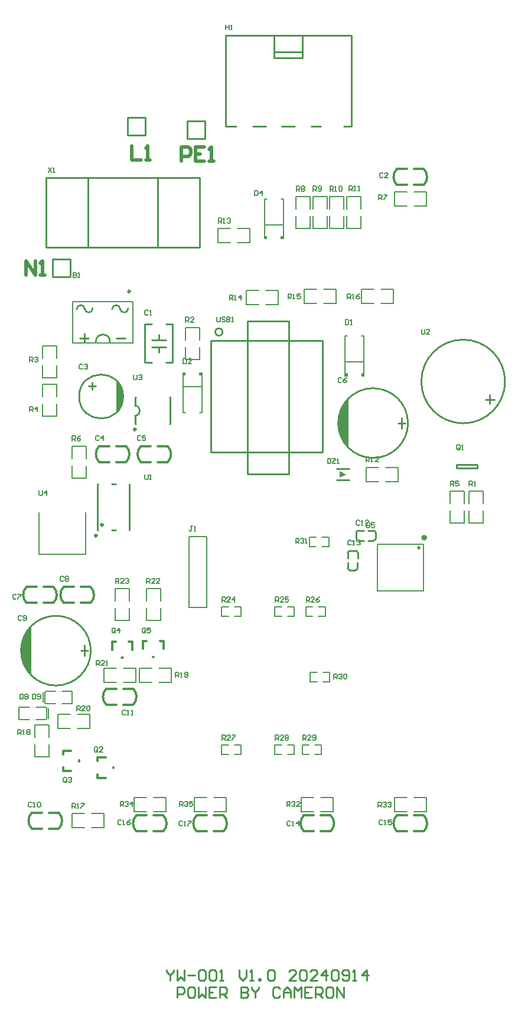
<source format=gto>
G04*
G04 #@! TF.GenerationSoftware,Altium Limited,Altium Designer,20.2.6 (244)*
G04*
G04 Layer_Color=65535*
%FSLAX25Y25*%
%MOIN*%
G70*
G04*
G04 #@! TF.SameCoordinates,9385ED74-4294-42B6-9646-82B243174D78*
G04*
G04*
G04 #@! TF.FilePolarity,Positive*
G04*
G01*
G75*
%ADD10C,0.01000*%
%ADD11C,0.01200*%
%ADD12C,0.00300*%
%ADD13C,0.01181*%
%ADD14C,0.01575*%
%ADD15C,0.00600*%
%ADD16C,0.00800*%
%ADD17C,0.00787*%
%ADD18C,0.00591*%
%ADD19C,0.01968*%
G36*
X23000Y166500D02*
Y172415D01*
X22400D01*
Y166500D01*
X23000D01*
D01*
D02*
G37*
G36*
X19500Y181500D02*
Y175585D01*
X20100D01*
Y181500D01*
X19500D01*
D01*
D02*
G37*
G36*
X13000Y191000D02*
Y219000D01*
X10000Y215000D01*
X8000Y209000D01*
X7000Y203000D01*
X8000Y199000D01*
X13000Y191000D01*
D01*
D02*
G37*
G36*
X61628Y356933D02*
X62715Y355635D01*
X63611Y354198D01*
X64299Y352651D01*
X64765Y351023D01*
X65000Y349346D01*
Y347654D01*
X64765Y345977D01*
X64299Y344349D01*
X63611Y342802D01*
X62715Y341365D01*
X61628Y340067D01*
X61000Y339500D01*
Y339500D01*
Y357500D01*
X61628Y356933D01*
D02*
G37*
G36*
X192000Y319500D02*
X187000Y327500D01*
X186000Y331500D01*
X187000Y337500D01*
X189000Y343500D01*
X192000Y347500D01*
Y319500D01*
D02*
G37*
G36*
X190654Y304520D02*
X190634Y304500D01*
X187130Y302689D01*
Y306311D01*
X190654Y304520D01*
D02*
G37*
G36*
X98331Y360335D02*
X100211D01*
Y362135D01*
X98331D01*
Y360335D01*
D01*
D02*
G37*
G36*
X109669D02*
X107789D01*
Y362135D01*
X109669D01*
Y360335D01*
D01*
D02*
G37*
G36*
X144331Y439165D02*
X146211D01*
Y437365D01*
X144331D01*
Y439165D01*
D01*
D02*
G37*
G36*
X189831Y361665D02*
X191711D01*
Y359865D01*
X189831D01*
Y361665D01*
D01*
D02*
G37*
G36*
X201169D02*
X199289D01*
Y359865D01*
X201169D01*
Y361665D01*
D01*
D02*
G37*
G36*
X155669Y439165D02*
X153789D01*
Y437365D01*
X155669D01*
Y439165D01*
D01*
D02*
G37*
D10*
X46685Y205000D02*
G03*
X46685Y205000I-19685J0D01*
G01*
X121085Y384941D02*
G03*
X121085Y384941I-2121J0D01*
G01*
X63250Y398250D02*
G03*
X67750Y398250I2250J0D01*
G01*
X63250Y397875D02*
G03*
X58750Y397875I-2250J0D01*
G01*
X43250Y398250D02*
G03*
X47750Y398250I2250J0D01*
G01*
X43250Y397875D02*
G03*
X38750Y397875I-2250J0D01*
G01*
X57500Y379500D02*
G03*
X49500Y379500I-4000J0D01*
G01*
X280462Y357000D02*
G03*
X280462Y357000I-23622J0D01*
G01*
X197295Y260253D02*
G03*
X196076Y261473I-1220J0D01*
G01*
X192926D02*
G03*
X191706Y260253I-0J-1220D01*
G01*
X196053Y250466D02*
G03*
X197273Y251686I0J1220D01*
G01*
X191683D02*
G03*
X192903Y250466I1220J0D01*
G01*
X206253Y267205D02*
G03*
X207472Y268424I0J1220D01*
G01*
Y271574D02*
G03*
X206253Y272794I-1220J0D01*
G01*
X196467Y268447D02*
G03*
X197686Y267228I1220J-0D01*
G01*
Y272817D02*
G03*
X196467Y271597I0J-1220D01*
G01*
X225685Y333500D02*
G03*
X225685Y333500I-19685J0D01*
G01*
X64900Y348500D02*
G03*
X64900Y348500I-12400J0D01*
G01*
X71658Y337639D02*
G03*
X71677Y343359I-157J2860D01*
G01*
X232486Y263142D02*
G03*
X232486Y263142I-671J0D01*
G01*
X41000Y205000D02*
X45000D01*
X43000Y202000D02*
Y208000D01*
X101000Y504000D02*
X111000D01*
X101000Y494000D02*
Y504000D01*
Y494000D02*
X111000D01*
Y504000D01*
X35000Y416000D02*
Y426000D01*
X25000Y416000D02*
X35000D01*
X25000D02*
Y426000D01*
X35000D01*
X107992Y432815D02*
Y472185D01*
X21378Y432815D02*
Y472185D01*
X107992D01*
X21378Y432815D02*
X107992D01*
X45000D02*
Y472185D01*
X84370Y432815D02*
Y472185D01*
X114464Y316949D02*
X177456D01*
Y379941D01*
X114464D02*
X177456D01*
X114464Y316949D02*
Y379941D01*
X135064Y304691D02*
X158315D01*
Y391090D01*
X135064D02*
X158315D01*
X135064Y304691D02*
Y391090D01*
X40500Y381500D02*
X45500D01*
X43000Y379000D02*
Y384000D01*
X61000Y381500D02*
X66000D01*
X253094Y310063D02*
X264906D01*
X253094Y307937D02*
X264906D01*
X253094D02*
Y310063D01*
X264906Y307937D02*
Y310063D01*
X269323Y346882D02*
X274283D01*
X271843Y344520D02*
Y349480D01*
X197272Y251687D02*
Y254836D01*
X192903Y250467D02*
X196053D01*
X191683Y251687D02*
Y254836D01*
X197295Y257103D02*
Y260253D01*
X191706Y257103D02*
Y260253D01*
X192926Y261473D02*
X196076D01*
X197687Y267228D02*
X200836D01*
X196467Y268447D02*
Y271597D01*
X197687Y272817D02*
X200836D01*
X203103Y267205D02*
X206253D01*
X203103Y272794D02*
X206253D01*
X207472Y268424D02*
Y271574D01*
X222000Y330500D02*
Y336500D01*
X220000Y333500D02*
X224000D01*
X47500Y352500D02*
Y356500D01*
X45500Y354500D02*
X49500D01*
X68363Y273079D02*
X68555D01*
X58363D02*
X60637D01*
X50444D02*
X50637D01*
X68363Y299063D02*
X68555D01*
X58363D02*
X60637D01*
X50444D02*
X50637D01*
X68555Y273079D02*
Y299063D01*
X50444Y273079D02*
Y299063D01*
X71658Y334594D02*
Y337639D01*
Y343359D02*
Y346406D01*
Y348000D01*
X72017D01*
X91343Y333000D02*
Y334594D01*
X90983Y333000D02*
X91343D01*
X71658D02*
Y334594D01*
Y333000D02*
X72017D01*
X91343Y346406D02*
Y348000D01*
X90983D02*
X91343D01*
Y334594D02*
Y346406D01*
X77126Y367674D02*
X81026D01*
X88974D02*
X92874D01*
X77126Y389327D02*
X81026D01*
X88974D02*
X92874D01*
Y367674D02*
Y389327D01*
X77126Y367674D02*
Y389327D01*
X81000Y380500D02*
X89000D01*
X81000Y376500D02*
X89000D01*
X84993Y373500D02*
Y376500D01*
Y380500D02*
Y383500D01*
X185543Y307650D02*
X192457D01*
X185457Y301350D02*
X192543D01*
X77500Y496000D02*
Y506000D01*
X67500Y496000D02*
X77500D01*
X67500D02*
Y506000D01*
X77500D01*
X150196Y539638D02*
X165943D01*
Y552236D01*
X150196Y539638D02*
Y552236D01*
Y543181D02*
X165943D01*
X189421Y500969D02*
X193629D01*
X171037D02*
X176577D01*
X154501D02*
X161890D01*
X122763D02*
X128819D01*
X137966D02*
X145354D01*
X122763Y552543D02*
X193629D01*
Y500969D02*
Y552543D01*
X122763Y500969D02*
Y552543D01*
X89500Y24596D02*
Y23596D01*
X91499Y21597D01*
X93499Y23596D01*
Y24596D01*
X91499Y21597D02*
Y18598D01*
X95498Y24596D02*
Y18598D01*
X97497Y20597D01*
X99497Y18598D01*
Y24596D01*
X101496Y21597D02*
X105495D01*
X107494Y23596D02*
X108494Y24596D01*
X110493D01*
X111493Y23596D01*
Y19597D01*
X110493Y18598D01*
X108494D01*
X107494Y19597D01*
Y23596D01*
X113492D02*
X114492Y24596D01*
X116491D01*
X117491Y23596D01*
Y19597D01*
X116491Y18598D01*
X114492D01*
X113492Y19597D01*
Y23596D01*
X119490Y18598D02*
X121490D01*
X120490D01*
Y24596D01*
X119490Y23596D01*
X130487Y24596D02*
Y20597D01*
X132486Y18598D01*
X134485Y20597D01*
Y24596D01*
X136485Y18598D02*
X138484D01*
X137485D01*
Y24596D01*
X136485Y23596D01*
X141483Y18598D02*
Y19597D01*
X142483D01*
Y18598D01*
X141483D01*
X146482Y23596D02*
X147481Y24596D01*
X149481D01*
X150480Y23596D01*
Y19597D01*
X149481Y18598D01*
X147481D01*
X146482Y19597D01*
Y23596D01*
X162476Y18598D02*
X158478D01*
X162476Y22596D01*
Y23596D01*
X161477Y24596D01*
X159477D01*
X158478Y23596D01*
X164476D02*
X165475Y24596D01*
X167475D01*
X168474Y23596D01*
Y19597D01*
X167475Y18598D01*
X165475D01*
X164476Y19597D01*
Y23596D01*
X174472Y18598D02*
X170474D01*
X174472Y22596D01*
Y23596D01*
X173473Y24596D01*
X171474D01*
X170474Y23596D01*
X179471Y18598D02*
Y24596D01*
X176472Y21597D01*
X180471D01*
X182470Y23596D02*
X183470Y24596D01*
X185469D01*
X186469Y23596D01*
Y19597D01*
X185469Y18598D01*
X183470D01*
X182470Y19597D01*
Y23596D01*
X188468Y19597D02*
X189468Y18598D01*
X191467D01*
X192467Y19597D01*
Y23596D01*
X191467Y24596D01*
X189468D01*
X188468Y23596D01*
Y22596D01*
X189468Y21597D01*
X192467D01*
X194466Y18598D02*
X196465D01*
X195466D01*
Y24596D01*
X194466Y23596D01*
X202463Y18598D02*
Y24596D01*
X199464Y21597D01*
X203463D01*
X95498Y9000D02*
Y14998D01*
X98497D01*
X99497Y13998D01*
Y11999D01*
X98497Y10999D01*
X95498D01*
X104495Y14998D02*
X102496D01*
X101496Y13998D01*
Y10000D01*
X102496Y9000D01*
X104495D01*
X105495Y10000D01*
Y13998D01*
X104495Y14998D01*
X107494D02*
Y9000D01*
X109494Y10999D01*
X111493Y9000D01*
Y14998D01*
X117491D02*
X113492D01*
Y9000D01*
X117491D01*
X113492Y11999D02*
X115492D01*
X119490Y9000D02*
Y14998D01*
X122489D01*
X123489Y13998D01*
Y11999D01*
X122489Y10999D01*
X119490D01*
X121490D02*
X123489Y9000D01*
X131486Y14998D02*
Y9000D01*
X134485D01*
X135485Y10000D01*
Y10999D01*
X134485Y11999D01*
X131486D01*
X134485D01*
X135485Y12999D01*
Y13998D01*
X134485Y14998D01*
X131486D01*
X137485D02*
Y13998D01*
X139484Y11999D01*
X141483Y13998D01*
Y14998D01*
X139484Y11999D02*
Y9000D01*
X153479Y13998D02*
X152480Y14998D01*
X150480D01*
X149481Y13998D01*
Y10000D01*
X150480Y9000D01*
X152480D01*
X153479Y10000D01*
X155479Y9000D02*
Y12999D01*
X157478Y14998D01*
X159477Y12999D01*
Y9000D01*
Y11999D01*
X155479D01*
X161477Y9000D02*
Y14998D01*
X163476Y12999D01*
X165475Y14998D01*
Y9000D01*
X171474Y14998D02*
X167475D01*
Y9000D01*
X171474D01*
X167475Y11999D02*
X169474D01*
X173473Y9000D02*
Y14998D01*
X176472D01*
X177472Y13998D01*
Y11999D01*
X176472Y10999D01*
X173473D01*
X175472D02*
X177472Y9000D01*
X182470Y14998D02*
X180471D01*
X179471Y13998D01*
Y10000D01*
X180471Y9000D01*
X182470D01*
X183470Y10000D01*
Y13998D01*
X182470Y14998D01*
X185469Y9000D02*
Y14998D01*
X189468Y9000D01*
Y14998D01*
D11*
X25600Y232000D02*
G03*
X25600Y241000I-4500J4500D01*
G01*
X10400D02*
G03*
X10400Y232000I4500J-4500D01*
G01*
X55400Y183500D02*
G03*
X55400Y174500I4500J-4500D01*
G01*
X70600D02*
G03*
X70600Y183500I-4500J4500D01*
G01*
X234600Y103000D02*
G03*
X234600Y112000I-4500J4500D01*
G01*
X219400D02*
G03*
X219400Y103000I4500J-4500D01*
G01*
X182100D02*
G03*
X182100Y112000I-4500J4500D01*
G01*
X166900D02*
G03*
X166900Y103000I4500J-4500D01*
G01*
X13400Y113500D02*
G03*
X13400Y104500I4500J-4500D01*
G01*
X28600D02*
G03*
X28600Y113500I-4500J4500D01*
G01*
X31400Y241000D02*
G03*
X31400Y232000I4500J-4500D01*
G01*
X46600D02*
G03*
X46600Y241000I-4500J4500D01*
G01*
X51400Y320500D02*
G03*
X51400Y311500I4500J-4500D01*
G01*
X66600D02*
G03*
X66600Y320500I-4500J4500D01*
G01*
X90100Y311500D02*
G03*
X90100Y320500I-4500J4500D01*
G01*
X74900D02*
G03*
X74900Y311500I4500J-4500D01*
G01*
X219400Y477000D02*
G03*
X219400Y468000I4500J-4500D01*
G01*
X234600D02*
G03*
X234600Y477000I-4500J4500D01*
G01*
X106400Y112000D02*
G03*
X106400Y103000I4500J-4500D01*
G01*
X121600D02*
G03*
X121600Y112000I-4500J4500D01*
G01*
X72400D02*
G03*
X72400Y103000I4500J-4500D01*
G01*
X87600D02*
G03*
X87600Y112000I-4500J4500D01*
G01*
X20000Y232000D02*
X25600D01*
X10400D02*
X16000D01*
X20000Y241000D02*
X25600D01*
X10400D02*
X16000D01*
X87700Y206000D02*
Y210500D01*
X76200Y206000D02*
Y210500D01*
X85700D02*
X87700D01*
X81700Y201500D02*
X82200D01*
X76200Y210500D02*
X78200D01*
X55400Y183500D02*
X61000D01*
X65000D02*
X70600D01*
X55400Y174500D02*
X61000D01*
X65000D02*
X70600D01*
X229000Y103000D02*
X234600D01*
X219400D02*
X225000D01*
X229000Y112000D02*
X234600D01*
X219400D02*
X225000D01*
X176500Y103000D02*
X182100D01*
X166900D02*
X172500D01*
X176500Y112000D02*
X182100D01*
X166900D02*
X172500D01*
X58700Y210000D02*
X60700D01*
X64200Y201000D02*
X64700D01*
X68200Y210000D02*
X70200D01*
X58700Y205500D02*
Y210000D01*
X70200Y205500D02*
Y210000D01*
X13400Y113500D02*
X19000D01*
X23000D02*
X28600D01*
X13400Y104500D02*
X19000D01*
X23000D02*
X28600D01*
X31000Y137000D02*
Y139000D01*
X40000Y142500D02*
Y143000D01*
X31000Y146500D02*
Y148500D01*
Y137000D02*
X35500D01*
X31000Y148500D02*
X35500D01*
X50500Y133200D02*
Y135200D01*
X59500Y138700D02*
Y139200D01*
X50500Y142700D02*
Y144700D01*
Y133200D02*
X55000D01*
X50500Y144700D02*
X55000D01*
X31400Y241000D02*
X37000D01*
X41000D02*
X46600D01*
X31400Y232000D02*
X37000D01*
X41000D02*
X46600D01*
X51400Y320500D02*
X57000D01*
X61000D02*
X66600D01*
X51400Y311500D02*
X57000D01*
X61000D02*
X66600D01*
X84500D02*
X90100D01*
X74900D02*
X80500D01*
X84500Y320500D02*
X90100D01*
X74900D02*
X80500D01*
X219400Y477000D02*
X225000D01*
X229000D02*
X234600D01*
X219400Y468000D02*
X225000D01*
X229000D02*
X234600D01*
X106400Y112000D02*
X112000D01*
X116000D02*
X121600D01*
X106400Y103000D02*
X112000D01*
X116000D02*
X121600D01*
X72400Y112000D02*
X78000D01*
X82000D02*
X87600D01*
X72400Y103000D02*
X78000D01*
X82000D02*
X87600D01*
D12*
X14151Y165942D02*
G03*
X14151Y165942I-150J0D01*
G01*
Y173057D02*
G03*
X14151Y173057I-150J0D01*
G01*
X28650Y182058D02*
G03*
X28650Y182058I-150J0D01*
G01*
Y174943D02*
G03*
X28650Y174943I-150J0D01*
G01*
D13*
X68874Y407862D02*
G03*
X68874Y407862I-591J0D01*
G01*
X50091Y270071D02*
G03*
X50091Y270071I-591J0D01*
G01*
X53591Y276071D02*
G03*
X53591Y276071I-591J0D01*
G01*
X72091Y330000D02*
G03*
X72091Y330000I-591J0D01*
G01*
D14*
X234846Y267984D02*
G03*
X234841Y269559I-5J787D01*
G01*
D02*
G03*
X234836Y267984I0J-787D01*
G01*
D15*
X177178Y263899D02*
X180953D01*
Y269101D01*
X177178D02*
X180953D01*
X170047Y263899D02*
X173822D01*
X170047D02*
Y269101D01*
X173822D01*
X177678Y187399D02*
X181453D01*
Y192601D01*
X177678D02*
X181453D01*
X170547Y187399D02*
X174322D01*
X170547D02*
Y192601D01*
X174322D01*
X6269Y173057D02*
X12125D01*
X6269Y165942D02*
Y173057D01*
Y165942D02*
X12125D01*
X15875Y173057D02*
X21131D01*
X21731Y172457D01*
Y166542D02*
Y172457D01*
X21131Y165942D02*
X21731Y166542D01*
X15875Y165942D02*
X21131D01*
X30375Y174943D02*
X36230D01*
Y182058D01*
X30375D02*
X36230D01*
X21369Y174943D02*
X26625D01*
X20769Y175543D02*
X21369Y174943D01*
X20769Y175543D02*
Y181458D01*
X21369Y182058D01*
X26625D01*
X144684Y445503D02*
X155421D01*
X144631Y438866D02*
Y460135D01*
X155369Y438866D02*
Y460135D01*
X144631D02*
X146011D01*
X153989D02*
X155369D01*
X36468Y378900D02*
Y402100D01*
X70532D01*
Y378900D02*
Y402100D01*
X36468Y378900D02*
X70532D01*
X173144Y146399D02*
X176919D01*
Y151601D01*
X173144D02*
X176919D01*
X166013Y146399D02*
X169788D01*
X166013D02*
Y151601D01*
X169788D01*
X157712Y146399D02*
X161487D01*
Y151601D01*
X157712D02*
X161487D01*
X150581Y146399D02*
X154356D01*
X150581D02*
Y151601D01*
X154356D01*
X127678Y146399D02*
X131453D01*
Y151601D01*
X127678D02*
X131453D01*
X120547Y146399D02*
X124322D01*
X120547D02*
Y151601D01*
X124322D01*
X175178Y224399D02*
X178953D01*
Y229601D01*
X175178D02*
X178953D01*
X168047Y224399D02*
X171822D01*
X168047D02*
Y229601D01*
X171822D01*
X157712Y224399D02*
X161487D01*
Y229601D01*
X157712D02*
X161487D01*
X150581Y224399D02*
X154356D01*
X150581D02*
Y229601D01*
X154356D01*
X127678Y224399D02*
X131453D01*
Y229601D01*
X127678D02*
X131453D01*
X120547Y224399D02*
X124322D01*
X120547D02*
Y229601D01*
X124322D01*
X190184Y368003D02*
X200921D01*
X190131Y361366D02*
Y382634D01*
X200869Y361366D02*
Y382634D01*
X190131D02*
X191511D01*
X199489D02*
X200869D01*
X17326Y259576D02*
Y283070D01*
X43674Y259576D02*
Y283070D01*
X17326Y259576D02*
X43674D01*
X98579Y353997D02*
X109316D01*
X109369Y339366D02*
Y360634D01*
X98631Y339366D02*
Y360634D01*
X107989Y339366D02*
X109369D01*
X98631D02*
X100011D01*
D16*
X15000Y145000D02*
Y152000D01*
Y145000D02*
X23000D01*
Y152000D01*
Y156000D02*
Y163000D01*
X15000D02*
X23000D01*
X15000Y156000D02*
Y163000D01*
X85000Y187000D02*
X92000D01*
Y195000D01*
X85000D02*
X92000D01*
X74000D02*
X81000D01*
X74000Y187000D02*
Y195000D01*
Y187000D02*
X81000D01*
X65000D02*
X72000D01*
Y195000D01*
X65000D02*
X72000D01*
X54000D02*
X61000D01*
X54000Y187000D02*
Y195000D01*
Y187000D02*
X61000D01*
X229000Y114000D02*
X236000D01*
Y122000D01*
X229000D02*
X236000D01*
X218000D02*
X225000D01*
X218000Y114000D02*
Y122000D01*
Y114000D02*
X225000D01*
X82000D02*
X89000D01*
Y122000D01*
X82000D02*
X89000D01*
X71000D02*
X78000D01*
X71000Y114000D02*
Y122000D01*
Y114000D02*
X78000D01*
X116000D02*
X123000D01*
Y122000D01*
X116000D02*
X123000D01*
X105000D02*
X112000D01*
X105000Y114000D02*
Y122000D01*
Y114000D02*
X112000D01*
X176500D02*
X183500D01*
Y122000D01*
X176500D02*
X183500D01*
X165500D02*
X172500D01*
X165500Y114000D02*
Y122000D01*
Y114000D02*
X172500D01*
X191000Y443500D02*
Y450500D01*
Y443500D02*
X199000D01*
Y450500D01*
Y454500D02*
Y461500D01*
X191000D02*
X199000D01*
X191000Y454500D02*
Y461500D01*
X199500Y409000D02*
X206500D01*
X199500Y401000D02*
Y409000D01*
Y401000D02*
X206500D01*
X210500D02*
X217500D01*
Y409000D01*
X210500D02*
X217500D01*
X167000D02*
X174000D01*
X167000Y401000D02*
Y409000D01*
Y401000D02*
X174000D01*
X178000D02*
X185000D01*
Y409000D01*
X178000D02*
X185000D01*
X134500Y408500D02*
X141500D01*
X134500Y400500D02*
Y408500D01*
Y400500D02*
X141500D01*
X145500D02*
X152500D01*
Y408500D01*
X145500D02*
X152500D01*
X268000Y277000D02*
Y284000D01*
X260000Y277000D02*
X268000D01*
X260000D02*
Y284000D01*
Y288000D02*
Y295000D01*
X268000D01*
Y288000D02*
Y295000D01*
X257500Y277000D02*
Y284000D01*
X249500Y277000D02*
X257500D01*
X249500D02*
Y284000D01*
Y288000D02*
Y295000D01*
X257500D01*
Y288000D02*
Y295000D01*
X28000Y161000D02*
X35000D01*
X28000D02*
Y169000D01*
X35000D01*
X39000D02*
X46000D01*
Y161000D02*
Y169000D01*
X39000Y161000D02*
X46000D01*
X60500Y233000D02*
Y240000D01*
X68500D01*
Y233000D02*
Y240000D01*
Y222000D02*
Y229000D01*
X60500Y222000D02*
X68500D01*
X60500D02*
Y229000D01*
X78000Y233000D02*
Y240000D01*
X86000D01*
Y233000D02*
Y240000D01*
Y222000D02*
Y229000D01*
X78000Y222000D02*
X86000D01*
X78000D02*
Y229000D01*
X36000Y105000D02*
X43000D01*
X36000D02*
Y113000D01*
X43000D01*
X47000D02*
X54000D01*
Y105000D02*
Y113000D01*
X47000Y105000D02*
X54000D01*
X202000Y300500D02*
X209000D01*
X202000D02*
Y308500D01*
X209000D01*
X213000D02*
X220000D01*
Y300500D02*
Y308500D01*
X213000Y300500D02*
X220000D01*
X19500Y337500D02*
Y344500D01*
Y337500D02*
X27500D01*
Y344500D01*
Y348500D02*
Y355500D01*
X19500D02*
X27500D01*
X19500Y348500D02*
Y355500D01*
X36000Y302500D02*
Y309500D01*
Y302500D02*
X44000D01*
Y309500D01*
Y313500D02*
Y320500D01*
X36000D02*
X44000D01*
X36000Y313500D02*
Y320500D01*
X19500Y359000D02*
Y366000D01*
Y359000D02*
X27500D01*
Y366000D01*
Y370000D02*
Y377000D01*
X19500D02*
X27500D01*
X19500Y370000D02*
Y377000D01*
X108000Y369500D02*
Y376500D01*
X100000Y369500D02*
X108000D01*
X100000D02*
Y376500D01*
Y380500D02*
Y387500D01*
X108000D01*
Y380500D02*
Y387500D01*
X118500Y435500D02*
X125500D01*
X118500D02*
Y443500D01*
X125500D01*
X129500D02*
X136500D01*
Y435500D02*
Y443500D01*
X129500Y435500D02*
X136500D01*
X170500Y443500D02*
Y450500D01*
X162500Y443500D02*
X170500D01*
X162500D02*
Y450500D01*
Y454500D02*
Y461500D01*
X170500D01*
Y454500D02*
Y461500D01*
X172000Y454500D02*
Y461500D01*
X180000D01*
Y454500D02*
Y461500D01*
Y443500D02*
Y450500D01*
X172000Y443500D02*
X180000D01*
X172000D02*
Y450500D01*
X189500Y443500D02*
Y450500D01*
X181500Y443500D02*
X189500D01*
X181500D02*
Y450500D01*
Y454500D02*
Y461500D01*
X189500D01*
Y454500D02*
Y461500D01*
X218000Y456000D02*
X225000D01*
X218000D02*
Y464000D01*
X225000D01*
X229000D02*
X236000D01*
Y456000D02*
Y464000D01*
X229000Y456000D02*
X236000D01*
D17*
X102000Y269500D02*
X112000D01*
Y229500D02*
Y269500D01*
X102000Y229500D02*
Y269500D01*
Y229500D02*
X112000D01*
X208500Y238850D02*
X232900D01*
X208500D02*
Y265050D01*
X234600D01*
Y238850D02*
Y265050D01*
X231600Y238850D02*
X234600D01*
D18*
X162286Y265622D02*
Y268377D01*
X163663D01*
X164122Y267918D01*
Y267000D01*
X163663Y266541D01*
X162286D01*
X163204D02*
X164122Y265622D01*
X165041Y267918D02*
X165500Y268377D01*
X166418D01*
X166877Y267918D01*
Y267459D01*
X166418Y267000D01*
X165959D01*
X166418D01*
X166877Y266541D01*
Y266082D01*
X166418Y265622D01*
X165500D01*
X165041Y266082D01*
X167796Y265622D02*
X168714D01*
X168255D01*
Y268377D01*
X167796Y267918D01*
X183827Y189122D02*
Y191877D01*
X185204D01*
X185663Y191418D01*
Y190500D01*
X185204Y190041D01*
X183827D01*
X184745D02*
X185663Y189122D01*
X186582Y191418D02*
X187041Y191877D01*
X187959D01*
X188418Y191418D01*
Y190959D01*
X187959Y190500D01*
X187500D01*
X187959D01*
X188418Y190041D01*
Y189582D01*
X187959Y189122D01*
X187041D01*
X186582Y189582D01*
X189337Y191418D02*
X189796Y191877D01*
X190714D01*
X191173Y191418D01*
Y189582D01*
X190714Y189122D01*
X189796D01*
X189337Y189582D01*
Y191418D01*
X7541Y224418D02*
X7082Y224878D01*
X6163D01*
X5704Y224418D01*
Y222582D01*
X6163Y222123D01*
X7082D01*
X7541Y222582D01*
X8459D02*
X8918Y222123D01*
X9837D01*
X10296Y222582D01*
Y224418D01*
X9837Y224878D01*
X8918D01*
X8459Y224418D01*
Y223959D01*
X8918Y223500D01*
X10296D01*
X4541Y236418D02*
X4082Y236877D01*
X3163D01*
X2704Y236418D01*
Y234582D01*
X3163Y234122D01*
X4082D01*
X4541Y234582D01*
X5459Y236877D02*
X7296D01*
Y236418D01*
X5459Y234582D01*
Y234122D01*
X6704Y180377D02*
Y177622D01*
X8082D01*
X8541Y178082D01*
Y179918D01*
X8082Y180377D01*
X6704D01*
X9459Y179918D02*
X9918Y180377D01*
X10837D01*
X11296Y179918D01*
Y179459D01*
X10837Y179000D01*
X11296Y178541D01*
Y178082D01*
X10837Y177622D01*
X9918D01*
X9459Y178082D01*
Y178541D01*
X9918Y179000D01*
X9459Y179459D01*
Y179918D01*
X9918Y179000D02*
X10837D01*
X13704Y180377D02*
Y177622D01*
X15082D01*
X15541Y178082D01*
Y179918D01*
X15082Y180377D01*
X13704D01*
X16459Y178082D02*
X16918Y177622D01*
X17837D01*
X18296Y178082D01*
Y179918D01*
X17837Y180377D01*
X16918D01*
X16459Y179918D01*
Y179459D01*
X16918Y179000D01*
X18296D01*
X5556Y157623D02*
Y160378D01*
X6934D01*
X7393Y159918D01*
Y159000D01*
X6934Y158541D01*
X5556D01*
X6475D02*
X7393Y157623D01*
X8311D02*
X9230D01*
X8770D01*
Y160378D01*
X8311Y159918D01*
X10607D02*
X11066Y160378D01*
X11985D01*
X12444Y159918D01*
Y159459D01*
X11985Y159000D01*
X12444Y158541D01*
Y158082D01*
X11985Y157623D01*
X11066D01*
X10607Y158082D01*
Y158541D01*
X11066Y159000D01*
X10607Y159459D01*
Y159918D01*
X11066Y159000D02*
X11985D01*
X77541Y215582D02*
Y217418D01*
X77082Y217878D01*
X76163D01*
X75704Y217418D01*
Y215582D01*
X76163Y215123D01*
X77082D01*
X76622Y216041D02*
X77541Y215123D01*
X77082D02*
X77541Y215582D01*
X80296Y217878D02*
X78459D01*
Y216500D01*
X79378Y216959D01*
X79837D01*
X80296Y216500D01*
Y215582D01*
X79837Y215123D01*
X78918D01*
X78459Y215582D01*
X94556Y190122D02*
Y192877D01*
X95934D01*
X96393Y192418D01*
Y191500D01*
X95934Y191041D01*
X94556D01*
X95475D02*
X96393Y190122D01*
X97311D02*
X98230D01*
X97770D01*
Y192877D01*
X97311Y192418D01*
X99607Y190582D02*
X100066Y190122D01*
X100985D01*
X101444Y190582D01*
Y192418D01*
X100985Y192877D01*
X100066D01*
X99607Y192418D01*
Y191959D01*
X100066Y191500D01*
X101444D01*
X66352Y170918D02*
X65893Y171378D01*
X64975D01*
X64515Y170918D01*
Y169082D01*
X64975Y168623D01*
X65893D01*
X66352Y169082D01*
X67270Y168623D02*
X68189D01*
X67730D01*
Y171378D01*
X67270Y170918D01*
X69566Y168623D02*
X70485D01*
X70025D01*
Y171378D01*
X69566Y170918D01*
X49786Y196623D02*
Y199378D01*
X51163D01*
X51622Y198918D01*
Y198000D01*
X51163Y197541D01*
X49786D01*
X50704D02*
X51622Y196623D01*
X54378D02*
X52541D01*
X54378Y198459D01*
Y198918D01*
X53918Y199378D01*
X53000D01*
X52541Y198918D01*
X55296Y196623D02*
X56214D01*
X55755D01*
Y199378D01*
X55296Y198918D01*
X211393Y108918D02*
X210934Y109378D01*
X210015D01*
X209556Y108918D01*
Y107082D01*
X210015Y106623D01*
X210934D01*
X211393Y107082D01*
X212311Y106623D02*
X213230D01*
X212770D01*
Y109378D01*
X212311Y108918D01*
X216444Y109378D02*
X214607D01*
Y108000D01*
X215525Y108459D01*
X215985D01*
X216444Y108000D01*
Y107082D01*
X215985Y106623D01*
X215066D01*
X214607Y107082D01*
X208827Y116622D02*
Y119378D01*
X210204D01*
X210663Y118918D01*
Y118000D01*
X210204Y117541D01*
X208827D01*
X209745D02*
X210663Y116622D01*
X211582Y118918D02*
X212041Y119378D01*
X212959D01*
X213418Y118918D01*
Y118459D01*
X212959Y118000D01*
X212500D01*
X212959D01*
X213418Y117541D01*
Y117082D01*
X212959Y116622D01*
X212041D01*
X211582Y117082D01*
X214337Y118918D02*
X214796Y119378D01*
X215714D01*
X216173Y118918D01*
Y118459D01*
X215714Y118000D01*
X215255D01*
X215714D01*
X216173Y117541D01*
Y117082D01*
X215714Y116622D01*
X214796D01*
X214337Y117082D01*
X63327Y117122D02*
Y119878D01*
X64704D01*
X65163Y119418D01*
Y118500D01*
X64704Y118041D01*
X63327D01*
X64245D02*
X65163Y117122D01*
X66082Y119418D02*
X66541Y119878D01*
X67459D01*
X67918Y119418D01*
Y118959D01*
X67459Y118500D01*
X67000D01*
X67459D01*
X67918Y118041D01*
Y117582D01*
X67459Y117122D01*
X66541D01*
X66082Y117582D01*
X70214Y117122D02*
Y119878D01*
X68837Y118500D01*
X70673D01*
X96827Y117122D02*
Y119878D01*
X98204D01*
X98663Y119418D01*
Y118500D01*
X98204Y118041D01*
X96827D01*
X97745D02*
X98663Y117122D01*
X99582Y119418D02*
X100041Y119878D01*
X100959D01*
X101418Y119418D01*
Y118959D01*
X100959Y118500D01*
X100500D01*
X100959D01*
X101418Y118041D01*
Y117582D01*
X100959Y117122D01*
X100041D01*
X99582Y117582D01*
X104173Y119878D02*
X102337D01*
Y118500D01*
X103255Y118959D01*
X103714D01*
X104173Y118500D01*
Y117582D01*
X103714Y117122D01*
X102796D01*
X102337Y117582D01*
X157327Y117122D02*
Y119878D01*
X158704D01*
X159163Y119418D01*
Y118500D01*
X158704Y118041D01*
X157327D01*
X158245D02*
X159163Y117122D01*
X160082Y119418D02*
X160541Y119878D01*
X161459D01*
X161918Y119418D01*
Y118959D01*
X161459Y118500D01*
X161000D01*
X161459D01*
X161918Y118041D01*
Y117582D01*
X161459Y117122D01*
X160541D01*
X160082Y117582D01*
X164673Y117122D02*
X162837D01*
X164673Y118959D01*
Y119418D01*
X164214Y119878D01*
X163296D01*
X162837Y119418D01*
X139204Y464878D02*
Y462122D01*
X140582D01*
X141041Y462582D01*
Y464418D01*
X140582Y464878D01*
X139204D01*
X143337Y462122D02*
Y464878D01*
X141959Y463500D01*
X143796D01*
X192515Y464622D02*
Y467378D01*
X193893D01*
X194352Y466918D01*
Y466000D01*
X193893Y465541D01*
X192515D01*
X193434D02*
X194352Y464622D01*
X195270D02*
X196189D01*
X195730D01*
Y467378D01*
X195270Y466918D01*
X197566Y464622D02*
X198485D01*
X198025D01*
Y467378D01*
X197566Y466918D01*
X191556Y403622D02*
Y406378D01*
X192934D01*
X193393Y405918D01*
Y405000D01*
X192934Y404541D01*
X191556D01*
X192475D02*
X193393Y403622D01*
X194311D02*
X195230D01*
X194770D01*
Y406378D01*
X194311Y405918D01*
X198444Y406378D02*
X197525Y405918D01*
X196607Y405000D01*
Y404082D01*
X197066Y403622D01*
X197985D01*
X198444Y404082D01*
Y404541D01*
X197985Y405000D01*
X196607D01*
X158056Y403622D02*
Y406378D01*
X159434D01*
X159893Y405918D01*
Y405000D01*
X159434Y404541D01*
X158056D01*
X158975D02*
X159893Y403622D01*
X160811D02*
X161730D01*
X161270D01*
Y406378D01*
X160811Y405918D01*
X164944Y406378D02*
X163107D01*
Y405000D01*
X164025Y405459D01*
X164485D01*
X164944Y405000D01*
Y404082D01*
X164485Y403622D01*
X163566D01*
X163107Y404082D01*
X125056Y403123D02*
Y405877D01*
X126434D01*
X126893Y405418D01*
Y404500D01*
X126434Y404041D01*
X125056D01*
X125975D02*
X126893Y403123D01*
X127811D02*
X128730D01*
X128270D01*
Y405877D01*
X127811Y405418D01*
X131485Y403123D02*
Y405877D01*
X130107Y404500D01*
X131944D01*
X22663Y477878D02*
X24500Y475122D01*
Y477878D02*
X22663Y475122D01*
X25418D02*
X26337D01*
X25877D01*
Y477878D01*
X25418Y477418D01*
X117908Y393377D02*
Y391082D01*
X118368Y390622D01*
X119286D01*
X119745Y391082D01*
Y393377D01*
X122500Y392918D02*
X122041Y393377D01*
X121123D01*
X120663Y392918D01*
Y392459D01*
X121123Y392000D01*
X122041D01*
X122500Y391541D01*
Y391082D01*
X122041Y390622D01*
X121123D01*
X120663Y391082D01*
X123418Y393377D02*
Y390622D01*
X124796D01*
X125255Y391082D01*
Y391541D01*
X124796Y392000D01*
X123418D01*
X124796D01*
X125255Y392459D01*
Y392918D01*
X124796Y393377D01*
X123418D01*
X126173Y390622D02*
X127092D01*
X126632D01*
Y393377D01*
X126173Y392918D01*
X36800Y418451D02*
Y415696D01*
X38177D01*
X38637Y416155D01*
Y416614D01*
X38177Y417074D01*
X36800D01*
X38177D01*
X38637Y417533D01*
Y417992D01*
X38177Y418451D01*
X36800D01*
X39555Y415696D02*
X40473D01*
X40014D01*
Y418451D01*
X39555Y417992D01*
X255037Y318955D02*
Y320792D01*
X254577Y321251D01*
X253659D01*
X253200Y320792D01*
Y318955D01*
X253659Y318496D01*
X254577D01*
X254118Y319414D02*
X255037Y318496D01*
X254577D02*
X255037Y318955D01*
X255955Y318496D02*
X256873D01*
X256414D01*
Y321251D01*
X255955Y320792D01*
X260200Y297996D02*
Y300751D01*
X261578D01*
X262037Y300292D01*
Y299374D01*
X261578Y298914D01*
X260200D01*
X261118D02*
X262037Y297996D01*
X262955D02*
X263873D01*
X263414D01*
Y300751D01*
X262955Y300292D01*
X249700Y297996D02*
Y300751D01*
X251078D01*
X251537Y300292D01*
Y299374D01*
X251078Y298914D01*
X249700D01*
X250618D02*
X251537Y297996D01*
X254292Y300751D02*
X252455D01*
Y299374D01*
X253373Y299833D01*
X253833D01*
X254292Y299374D01*
Y298455D01*
X253833Y297996D01*
X252914D01*
X252455Y298455D01*
X233300Y386451D02*
Y384155D01*
X233759Y383696D01*
X234678D01*
X235137Y384155D01*
Y386451D01*
X237892Y383696D02*
X236055D01*
X237892Y385533D01*
Y385992D01*
X237433Y386451D01*
X236514D01*
X236055Y385992D01*
X159393Y108418D02*
X158934Y108878D01*
X158015D01*
X157556Y108418D01*
Y106582D01*
X158015Y106123D01*
X158934D01*
X159393Y106582D01*
X160311Y106123D02*
X161230D01*
X160770D01*
Y108878D01*
X160311Y108418D01*
X163985Y106123D02*
Y108878D01*
X162607Y107500D01*
X164444D01*
X193637Y266892D02*
X193177Y267351D01*
X192259D01*
X191800Y266892D01*
Y265055D01*
X192259Y264596D01*
X193177D01*
X193637Y265055D01*
X194555Y264596D02*
X195473D01*
X195014D01*
Y267351D01*
X194555Y266892D01*
X196851D02*
X197310Y267351D01*
X198228D01*
X198688Y266892D01*
Y266433D01*
X198228Y265974D01*
X197769D01*
X198228D01*
X198688Y265514D01*
Y265055D01*
X198228Y264596D01*
X197310D01*
X196851Y265055D01*
X198437Y278192D02*
X197977Y278651D01*
X197059D01*
X196600Y278192D01*
Y276355D01*
X197059Y275896D01*
X197977D01*
X198437Y276355D01*
X199355Y275896D02*
X200273D01*
X199814D01*
Y278651D01*
X199355Y278192D01*
X203488Y275896D02*
X201651D01*
X203488Y277733D01*
Y278192D01*
X203028Y278651D01*
X202110D01*
X201651Y278192D01*
X60700Y242996D02*
Y245751D01*
X62077D01*
X62537Y245292D01*
Y244374D01*
X62077Y243914D01*
X60700D01*
X61618D02*
X62537Y242996D01*
X65292D02*
X63455D01*
X65292Y244833D01*
Y245292D01*
X64833Y245751D01*
X63914D01*
X63455Y245292D01*
X66210D02*
X66669Y245751D01*
X67588D01*
X68047Y245292D01*
Y244833D01*
X67588Y244374D01*
X67128D01*
X67588D01*
X68047Y243914D01*
Y243455D01*
X67588Y242996D01*
X66669D01*
X66210Y243455D01*
X104037Y275251D02*
X103118D01*
X103577D01*
Y272955D01*
X103118Y272496D01*
X102659D01*
X102200Y272955D01*
X104955Y272496D02*
X105873D01*
X105414D01*
Y275251D01*
X104955Y274792D01*
X60537Y215455D02*
Y217292D01*
X60078Y217751D01*
X59159D01*
X58700Y217292D01*
Y215455D01*
X59159Y214996D01*
X60078D01*
X59618Y215914D02*
X60537Y214996D01*
X60078D02*
X60537Y215455D01*
X62832Y214996D02*
Y217751D01*
X61455Y216374D01*
X63292D01*
X38827Y171123D02*
Y173878D01*
X40204D01*
X40663Y173418D01*
Y172500D01*
X40204Y172041D01*
X38827D01*
X39745D02*
X40663Y171123D01*
X43418D02*
X41582D01*
X43418Y172959D01*
Y173418D01*
X42959Y173878D01*
X42041D01*
X41582Y173418D01*
X44337D02*
X44796Y173878D01*
X45714D01*
X46173Y173418D01*
Y171582D01*
X45714Y171123D01*
X44796D01*
X44337Y171582D01*
Y173418D01*
X78200Y242996D02*
Y245751D01*
X79577D01*
X80037Y245292D01*
Y244374D01*
X79577Y243914D01*
X78200D01*
X79118D02*
X80037Y242996D01*
X82792D02*
X80955D01*
X82792Y244833D01*
Y245292D01*
X82332Y245751D01*
X81414D01*
X80955Y245292D01*
X85547Y242996D02*
X83710D01*
X85547Y244833D01*
Y245292D01*
X85088Y245751D01*
X84169D01*
X83710Y245292D01*
X36200Y115996D02*
Y118751D01*
X37578D01*
X38037Y118292D01*
Y117374D01*
X37578Y116914D01*
X36200D01*
X37118D02*
X38037Y115996D01*
X38955D02*
X39873D01*
X39414D01*
Y118751D01*
X38955Y118292D01*
X41251Y118751D02*
X43088D01*
Y118292D01*
X41251Y116455D01*
Y115996D01*
X13337Y118992D02*
X12878Y119451D01*
X11959D01*
X11500Y118992D01*
Y117155D01*
X11959Y116696D01*
X12878D01*
X13337Y117155D01*
X14255Y116696D02*
X15173D01*
X14714D01*
Y119451D01*
X14255Y118992D01*
X16551D02*
X17010Y119451D01*
X17928D01*
X18387Y118992D01*
Y117155D01*
X17928Y116696D01*
X17010D01*
X16551Y117155D01*
Y118992D01*
X50537Y148355D02*
Y150192D01*
X50077Y150651D01*
X49159D01*
X48700Y150192D01*
Y148355D01*
X49159Y147896D01*
X50077D01*
X49618Y148814D02*
X50537Y147896D01*
X50077D02*
X50537Y148355D01*
X53292Y147896D02*
X51455D01*
X53292Y149733D01*
Y150192D01*
X52833Y150651D01*
X51914D01*
X51455Y150192D01*
X33041Y131082D02*
Y132918D01*
X32582Y133378D01*
X31663D01*
X31204Y132918D01*
Y131082D01*
X31663Y130622D01*
X32582D01*
X32122Y131541D02*
X33041Y130622D01*
X32582D02*
X33041Y131082D01*
X33959Y132918D02*
X34418Y133378D01*
X35337D01*
X35796Y132918D01*
Y132459D01*
X35337Y132000D01*
X34877D01*
X35337D01*
X35796Y131541D01*
Y131082D01*
X35337Y130622D01*
X34418D01*
X33959Y131082D01*
X31337Y246492D02*
X30878Y246951D01*
X29959D01*
X29500Y246492D01*
Y244655D01*
X29959Y244196D01*
X30878D01*
X31337Y244655D01*
X32255Y246492D02*
X32714Y246951D01*
X33632D01*
X34092Y246492D01*
Y246033D01*
X33632Y245574D01*
X34092Y245114D01*
Y244655D01*
X33632Y244196D01*
X32714D01*
X32255Y244655D01*
Y245114D01*
X32714Y245574D01*
X32255Y246033D01*
Y246492D01*
X32714Y245574D02*
X33632D01*
X202056Y311623D02*
Y314377D01*
X203434D01*
X203893Y313918D01*
Y313000D01*
X203434Y312541D01*
X202056D01*
X202975D02*
X203893Y311623D01*
X204811D02*
X205730D01*
X205270D01*
Y314377D01*
X204811Y313918D01*
X208944Y311623D02*
X207107D01*
X208944Y313459D01*
Y313918D01*
X208485Y314377D01*
X207566D01*
X207107Y313918D01*
X190400Y391951D02*
Y389196D01*
X191778D01*
X192237Y389655D01*
Y391492D01*
X191778Y391951D01*
X190400D01*
X193155Y389196D02*
X194073D01*
X193614D01*
Y391951D01*
X193155Y391492D01*
X188237Y358592D02*
X187777Y359051D01*
X186859D01*
X186400Y358592D01*
Y356755D01*
X186859Y356296D01*
X187777D01*
X188237Y356755D01*
X190992Y359051D02*
X190073Y358592D01*
X189155Y357674D01*
Y356755D01*
X189614Y356296D01*
X190533D01*
X190992Y356755D01*
Y357214D01*
X190533Y357674D01*
X189155D01*
X100200Y390496D02*
Y393251D01*
X101577D01*
X102037Y392792D01*
Y391874D01*
X101577Y391414D01*
X100200D01*
X101118D02*
X102037Y390496D01*
X104792D02*
X102955D01*
X104792Y392333D01*
Y392792D01*
X104332Y393251D01*
X103414D01*
X102955Y392792D01*
X98900Y369951D02*
Y367196D01*
X100277D01*
X100737Y367655D01*
Y369492D01*
X100277Y369951D01*
X98900D01*
X103492Y367196D02*
X101655D01*
X103492Y369033D01*
Y369492D01*
X103033Y369951D01*
X102114D01*
X101655Y369492D01*
X79037Y396792D02*
X78578Y397251D01*
X77659D01*
X77200Y396792D01*
Y394955D01*
X77659Y394496D01*
X78578D01*
X79037Y394955D01*
X79955Y394496D02*
X80873D01*
X80414D01*
Y397251D01*
X79955Y396792D01*
X118700Y446496D02*
Y449251D01*
X120078D01*
X120537Y448792D01*
Y447874D01*
X120078Y447414D01*
X118700D01*
X119618D02*
X120537Y446496D01*
X121455D02*
X122373D01*
X121914D01*
Y449251D01*
X121455Y448792D01*
X123751D02*
X124210Y449251D01*
X125128D01*
X125588Y448792D01*
Y448333D01*
X125128Y447874D01*
X124669D01*
X125128D01*
X125588Y447414D01*
Y446955D01*
X125128Y446496D01*
X124210D01*
X123751Y446955D01*
X162700Y464496D02*
Y467251D01*
X164077D01*
X164537Y466792D01*
Y465874D01*
X164077Y465414D01*
X162700D01*
X163618D02*
X164537Y464496D01*
X165455Y466792D02*
X165914Y467251D01*
X166832D01*
X167292Y466792D01*
Y466333D01*
X166832Y465874D01*
X167292Y465414D01*
Y464955D01*
X166832Y464496D01*
X165914D01*
X165455Y464955D01*
Y465414D01*
X165914Y465874D01*
X165455Y466333D01*
Y466792D01*
X165914Y465874D02*
X166832D01*
X172200Y464496D02*
Y467251D01*
X173577D01*
X174037Y466792D01*
Y465874D01*
X173577Y465414D01*
X172200D01*
X173118D02*
X174037Y464496D01*
X174955Y464955D02*
X175414Y464496D01*
X176332D01*
X176792Y464955D01*
Y466792D01*
X176332Y467251D01*
X175414D01*
X174955Y466792D01*
Y466333D01*
X175414Y465874D01*
X176792D01*
X181700Y464496D02*
Y467251D01*
X183078D01*
X183537Y466792D01*
Y465874D01*
X183078Y465414D01*
X181700D01*
X182618D02*
X183537Y464496D01*
X184455D02*
X185373D01*
X184914D01*
Y467251D01*
X184455Y466792D01*
X186751D02*
X187210Y467251D01*
X188128D01*
X188588Y466792D01*
Y464955D01*
X188128Y464496D01*
X187210D01*
X186751Y464955D01*
Y466792D01*
X209204Y459622D02*
Y462378D01*
X210582D01*
X211041Y461918D01*
Y461000D01*
X210582Y460541D01*
X209204D01*
X210122D02*
X211041Y459622D01*
X211959Y462378D02*
X213796D01*
Y461918D01*
X211959Y460082D01*
Y459622D01*
X211541Y474418D02*
X211082Y474878D01*
X210163D01*
X209704Y474418D01*
Y472582D01*
X210163Y472122D01*
X211082D01*
X211541Y472582D01*
X214296Y472122D02*
X212459D01*
X214296Y473959D01*
Y474418D01*
X213837Y474878D01*
X212918D01*
X212459Y474418D01*
X180300Y313551D02*
Y310796D01*
X181677D01*
X182137Y311255D01*
Y313092D01*
X181677Y313551D01*
X180300D01*
X183055D02*
X184892D01*
Y313092D01*
X183055Y311255D01*
Y310796D01*
X184892D01*
X185810D02*
X186728D01*
X186269D01*
Y313551D01*
X185810Y313092D01*
X17600Y295451D02*
Y293155D01*
X18059Y292696D01*
X18978D01*
X19437Y293155D01*
Y295451D01*
X21733Y292696D02*
Y295451D01*
X20355Y294074D01*
X22192D01*
X77163Y304448D02*
Y302153D01*
X77622Y301693D01*
X78541D01*
X79000Y302153D01*
Y304448D01*
X79918Y301693D02*
X80837D01*
X80378D01*
Y304448D01*
X79918Y303989D01*
X74837Y325992D02*
X74378Y326451D01*
X73459D01*
X73000Y325992D01*
Y324155D01*
X73459Y323696D01*
X74378D01*
X74837Y324155D01*
X77592Y326451D02*
X75755D01*
Y325074D01*
X76673Y325533D01*
X77132D01*
X77592Y325074D01*
Y324155D01*
X77132Y323696D01*
X76214D01*
X75755Y324155D01*
X51337Y325992D02*
X50877Y326451D01*
X49959D01*
X49500Y325992D01*
Y324155D01*
X49959Y323696D01*
X50877D01*
X51337Y324155D01*
X53632Y323696D02*
Y326451D01*
X52255Y325074D01*
X54092D01*
X70900Y360751D02*
Y358455D01*
X71359Y357996D01*
X72277D01*
X72737Y358455D01*
Y360751D01*
X73655Y360292D02*
X74114Y360751D01*
X75033D01*
X75492Y360292D01*
Y359833D01*
X75033Y359374D01*
X74573D01*
X75033D01*
X75492Y358914D01*
Y358455D01*
X75033Y357996D01*
X74114D01*
X73655Y358455D01*
X36200Y323496D02*
Y326251D01*
X37578D01*
X38037Y325792D01*
Y324874D01*
X37578Y324414D01*
X36200D01*
X37118D02*
X38037Y323496D01*
X40792Y326251D02*
X39873Y325792D01*
X38955Y324874D01*
Y323955D01*
X39414Y323496D01*
X40332D01*
X40792Y323955D01*
Y324414D01*
X40332Y324874D01*
X38955D01*
X12204Y340123D02*
Y342878D01*
X13582D01*
X14041Y342418D01*
Y341500D01*
X13582Y341041D01*
X12204D01*
X13123D02*
X14041Y340123D01*
X16337D02*
Y342878D01*
X14959Y341500D01*
X16796D01*
X12204Y368123D02*
Y370878D01*
X13582D01*
X14041Y370418D01*
Y369500D01*
X13582Y369041D01*
X12204D01*
X13123D02*
X14041Y368123D01*
X14959Y370418D02*
X15418Y370878D01*
X16337D01*
X16796Y370418D01*
Y369959D01*
X16337Y369500D01*
X15878D01*
X16337D01*
X16796Y369041D01*
Y368582D01*
X16337Y368123D01*
X15418D01*
X14959Y368582D01*
X168300Y232496D02*
Y235251D01*
X169677D01*
X170137Y234792D01*
Y233874D01*
X169677Y233414D01*
X168300D01*
X169218D02*
X170137Y232496D01*
X172892D02*
X171055D01*
X172892Y234333D01*
Y234792D01*
X172432Y235251D01*
X171514D01*
X171055Y234792D01*
X175647Y235251D02*
X174728Y234792D01*
X173810Y233874D01*
Y232955D01*
X174269Y232496D01*
X175188D01*
X175647Y232955D01*
Y233414D01*
X175188Y233874D01*
X173810D01*
X150900Y232496D02*
Y235251D01*
X152278D01*
X152737Y234792D01*
Y233874D01*
X152278Y233414D01*
X150900D01*
X151818D02*
X152737Y232496D01*
X155492D02*
X153655D01*
X155492Y234333D01*
Y234792D01*
X155033Y235251D01*
X154114D01*
X153655Y234792D01*
X158247Y235251D02*
X156410D01*
Y233874D01*
X157328Y234333D01*
X157788D01*
X158247Y233874D01*
Y232955D01*
X157788Y232496D01*
X156869D01*
X156410Y232955D01*
X120800Y232496D02*
Y235251D01*
X122178D01*
X122637Y234792D01*
Y233874D01*
X122178Y233414D01*
X120800D01*
X121718D02*
X122637Y232496D01*
X125392D02*
X123555D01*
X125392Y234333D01*
Y234792D01*
X124933Y235251D01*
X124014D01*
X123555Y234792D01*
X127688Y232496D02*
Y235251D01*
X126310Y233874D01*
X128147D01*
X120800Y154496D02*
Y157251D01*
X122178D01*
X122637Y156792D01*
Y155874D01*
X122178Y155414D01*
X120800D01*
X121718D02*
X122637Y154496D01*
X125392D02*
X123555D01*
X125392Y156333D01*
Y156792D01*
X124933Y157251D01*
X124014D01*
X123555Y156792D01*
X126310Y157251D02*
X128147D01*
Y156792D01*
X126310Y154955D01*
Y154496D01*
X166300D02*
Y157251D01*
X167677D01*
X168137Y156792D01*
Y155874D01*
X167677Y155414D01*
X166300D01*
X167218D02*
X168137Y154496D01*
X170892D02*
X169055D01*
X170892Y156333D01*
Y156792D01*
X170432Y157251D01*
X169514D01*
X169055Y156792D01*
X171810Y154955D02*
X172269Y154496D01*
X173188D01*
X173647Y154955D01*
Y156792D01*
X173188Y157251D01*
X172269D01*
X171810Y156792D01*
Y156333D01*
X172269Y155874D01*
X173647D01*
X150900Y154496D02*
Y157251D01*
X152278D01*
X152737Y156792D01*
Y155874D01*
X152278Y155414D01*
X150900D01*
X151818D02*
X152737Y154496D01*
X155492D02*
X153655D01*
X155492Y156333D01*
Y156792D01*
X155033Y157251D01*
X154114D01*
X153655Y156792D01*
X156410D02*
X156869Y157251D01*
X157788D01*
X158247Y156792D01*
Y156333D01*
X157788Y155874D01*
X158247Y155414D01*
Y154955D01*
X157788Y154496D01*
X156869D01*
X156410Y154955D01*
Y155414D01*
X156869Y155874D01*
X156410Y156333D01*
Y156792D01*
X156869Y155874D02*
X157788D01*
X63893Y108918D02*
X63434Y109378D01*
X62515D01*
X62056Y108918D01*
Y107082D01*
X62515Y106623D01*
X63434D01*
X63893Y107082D01*
X64811Y106623D02*
X65730D01*
X65270D01*
Y109378D01*
X64811Y108918D01*
X68944Y109378D02*
X68025Y108918D01*
X67107Y108000D01*
Y107082D01*
X67566Y106623D01*
X68485D01*
X68944Y107082D01*
Y107541D01*
X68485Y108000D01*
X67107D01*
X98393Y108418D02*
X97934Y108878D01*
X97015D01*
X96556Y108418D01*
Y106582D01*
X97015Y106123D01*
X97934D01*
X98393Y106582D01*
X99311Y106123D02*
X100230D01*
X99770D01*
Y108878D01*
X99311Y108418D01*
X101607Y108878D02*
X103444D01*
Y108418D01*
X101607Y106582D01*
Y106123D01*
X122900Y558351D02*
Y555596D01*
Y556974D01*
X124737D01*
Y558351D01*
Y555596D01*
X125655D02*
X126573D01*
X126114D01*
Y558351D01*
X125655Y557892D01*
X202200Y277251D02*
Y274955D01*
X202659Y274496D01*
X203577D01*
X204037Y274955D01*
Y277251D01*
X206792D02*
X204955D01*
Y275874D01*
X205873Y276333D01*
X206332D01*
X206792Y275874D01*
Y274955D01*
X206332Y274496D01*
X205414D01*
X204955Y274955D01*
X42037Y366292D02*
X41578Y366751D01*
X40659D01*
X40200Y366292D01*
Y364455D01*
X40659Y363996D01*
X41578D01*
X42037Y364455D01*
X42955Y366292D02*
X43414Y366751D01*
X44333D01*
X44792Y366292D01*
Y365833D01*
X44333Y365374D01*
X43873D01*
X44333D01*
X44792Y364914D01*
Y364455D01*
X44333Y363996D01*
X43414D01*
X42955Y364455D01*
D19*
X97817Y481564D02*
Y489436D01*
X101752D01*
X103064Y488124D01*
Y485500D01*
X101752Y484188D01*
X97817D01*
X110936Y489436D02*
X105688D01*
Y481564D01*
X110936D01*
X105688Y485500D02*
X108312D01*
X113560Y481564D02*
X116183D01*
X114872D01*
Y489436D01*
X113560Y488124D01*
X10252Y417064D02*
Y424936D01*
X15500Y417064D01*
Y424936D01*
X18124Y417064D02*
X20748D01*
X19436D01*
Y424936D01*
X18124Y423624D01*
X69752Y489936D02*
Y482064D01*
X75000D01*
X77624D02*
X80248D01*
X78936D01*
Y489936D01*
X77624Y488624D01*
M02*

</source>
